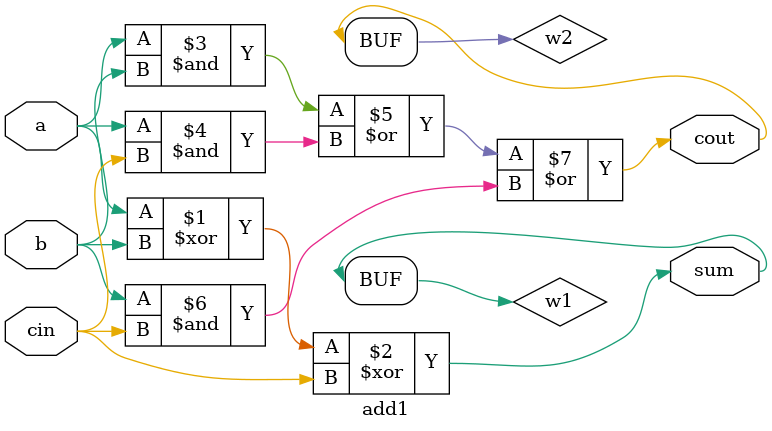
<source format=v>
module top_module (
    input [31:0] a,
    input [31:0] b,
    output [31:0] sum
);//
	wire w;
    
    add16 low (a[15:0], b[15:0], 1'b0, sum[15:0], w);
    add16 high (a[31:16], b[31:16], w, sum[31:16]);
    
endmodule

module add1 ( input a, input b, input cin,   output sum, output cout );
	
// Full adder module here
	wire w1, w2;
    assign w1 = a ^ b ^ cin;
    assign w2 = (a&b) | (a&cin) | (b&cin);
    
    assign sum = w1;
    assign cout = w2;

endmodule

</source>
